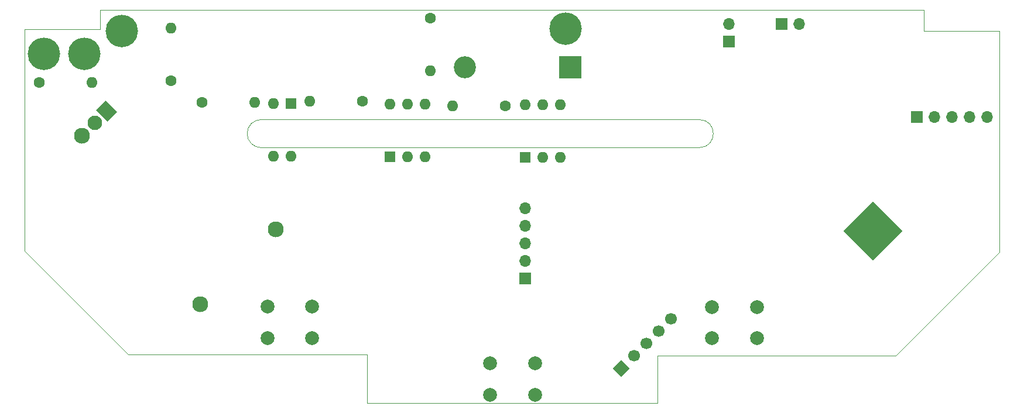
<source format=gbs>
G04 #@! TF.GenerationSoftware,KiCad,Pcbnew,(6.0.2)*
G04 #@! TF.CreationDate,2023-01-14T17:30:24+01:00*
G04 #@! TF.ProjectId,SenseEHajo,53656e73-6545-4486-916a-6f2e6b696361,rev?*
G04 #@! TF.SameCoordinates,Original*
G04 #@! TF.FileFunction,Soldermask,Bot*
G04 #@! TF.FilePolarity,Negative*
%FSLAX46Y46*%
G04 Gerber Fmt 4.6, Leading zero omitted, Abs format (unit mm)*
G04 Created by KiCad (PCBNEW (6.0.2)) date 2023-01-14 17:30:24*
%MOMM*%
%LPD*%
G01*
G04 APERTURE LIST*
G04 Aperture macros list*
%AMHorizOval*
0 Thick line with rounded ends*
0 $1 width*
0 $2 $3 position (X,Y) of the first rounded end (center of the circle)*
0 $4 $5 position (X,Y) of the second rounded end (center of the circle)*
0 Add line between two ends*
20,1,$1,$2,$3,$4,$5,0*
0 Add two circle primitives to create the rounded ends*
1,1,$1,$2,$3*
1,1,$1,$4,$5*%
%AMRotRect*
0 Rectangle, with rotation*
0 The origin of the aperture is its center*
0 $1 length*
0 $2 width*
0 $3 Rotation angle, in degrees counterclockwise*
0 Add horizontal line*
21,1,$1,$2,0,0,$3*%
G04 Aperture macros list end*
G04 #@! TA.AperFunction,Profile*
%ADD10C,0.050000*%
G04 #@! TD*
%ADD11C,2.100000*%
%ADD12C,3.100000*%
%ADD13C,4.700000*%
%ADD14RotRect,2.300000X2.000000X315.000000*%
%ADD15C,2.300000*%
%ADD16RotRect,6.000000X6.000000X225.000000*%
%ADD17R,3.200000X3.200000*%
%ADD18O,3.200000X3.200000*%
%ADD19RotRect,1.700000X1.700000X135.000000*%
%ADD20HorizOval,1.700000X0.000000X0.000000X0.000000X0.000000X0*%
%ADD21C,1.600000*%
%ADD22O,1.600000X1.600000*%
%ADD23R,1.600000X1.600000*%
%ADD24R,1.700000X1.700000*%
%ADD25O,1.700000X1.700000*%
%ADD26C,2.000000*%
G04 APERTURE END LIST*
D10*
X23114000Y-55245000D02*
X23114000Y-23114000D01*
X57353200Y-36195000D02*
X76708000Y-36195000D01*
X76708000Y-40259000D02*
X57353200Y-40259000D01*
X120675400Y-40259000D02*
G75*
G03*
X120675400Y-36195000I0J2032000D01*
G01*
X164084000Y-49276000D02*
X164084000Y-55372000D01*
X112420400Y-36195000D02*
X76708000Y-36195000D01*
X76708000Y-40259000D02*
X120675400Y-40259000D01*
X118643400Y-20320000D02*
X153162000Y-20320000D01*
X112420400Y-36195000D02*
X120675400Y-36195000D01*
X114579400Y-20345400D02*
X118668800Y-20345400D01*
X118668800Y-20345400D02*
X118643400Y-20320000D01*
X34036000Y-23114000D02*
X34036000Y-20320000D01*
X164084000Y-23368000D02*
X164084000Y-30988000D01*
X153162000Y-20320000D02*
X153162000Y-23368000D01*
X114681000Y-77216000D02*
X72644000Y-77216000D01*
X114579400Y-20345400D02*
X34036000Y-20320000D01*
X57353200Y-36195000D02*
G75*
G03*
X57353200Y-40259000I-25401J-2032000D01*
G01*
X38100000Y-70231000D02*
X46761400Y-70231000D01*
X114681000Y-70358000D02*
X114681000Y-77216000D01*
X46761400Y-70231000D02*
X49072800Y-70231000D01*
X38100000Y-70231000D02*
X23114000Y-55245000D01*
X153162000Y-23368000D02*
X164084000Y-23368000D01*
X149098000Y-70358000D02*
X114681000Y-70358000D01*
X72644000Y-77216000D02*
X72644000Y-70231000D01*
X164084000Y-30988000D02*
X164084000Y-49276000D01*
X72644000Y-70231000D02*
X49072800Y-70231000D01*
X164084000Y-55372000D02*
X149098000Y-70358000D01*
X23114000Y-23114000D02*
X34036000Y-23114000D01*
D11*
X33248600Y-36652200D03*
D12*
X37150000Y-23380000D03*
D13*
X37150000Y-23380000D03*
D12*
X101350000Y-23050000D03*
D13*
X101350000Y-23050000D03*
D14*
X34970105Y-34958016D03*
D15*
X31434571Y-38493550D03*
X59436000Y-52070000D03*
X48546555Y-62959445D03*
D16*
X145796000Y-52324000D03*
D17*
X102070000Y-28600000D03*
D18*
X86830000Y-28600000D03*
D19*
X109419846Y-72190154D03*
D20*
X111215897Y-70394103D03*
X113011948Y-68598052D03*
X114808000Y-66802000D03*
X116604051Y-65005949D03*
D21*
X92620000Y-34250000D03*
D22*
X85000000Y-34250000D03*
D21*
X81788000Y-21488400D03*
D22*
X81788000Y-29108400D03*
D21*
X71970000Y-33560000D03*
D22*
X64350000Y-33560000D03*
D21*
X44270000Y-30607000D03*
D22*
X44270000Y-22987000D03*
D23*
X95478600Y-41681400D03*
D22*
X98018600Y-41681400D03*
X100558600Y-41681400D03*
X100558600Y-34061400D03*
X98018600Y-34061400D03*
X95478600Y-34061400D03*
D23*
X75920600Y-41605200D03*
D22*
X78460600Y-41605200D03*
X81000600Y-41605200D03*
X81000600Y-33985200D03*
X78460600Y-33985200D03*
X75920600Y-33985200D03*
D24*
X132588000Y-22352000D03*
D25*
X135128000Y-22352000D03*
D24*
X124968000Y-24892000D03*
D25*
X124968000Y-22352000D03*
D24*
X152146000Y-35814000D03*
D25*
X154686000Y-35814000D03*
X157226000Y-35814000D03*
X159766000Y-35814000D03*
X162306000Y-35814000D03*
D24*
X95504000Y-59182000D03*
D25*
X95504000Y-56642000D03*
X95504000Y-54102000D03*
X95504000Y-51562000D03*
X95504000Y-49022000D03*
D13*
X31750000Y-26670000D03*
D12*
X31750000Y-26670000D03*
X25908000Y-26670000D03*
D13*
X25908000Y-26670000D03*
D26*
X129055000Y-63318000D03*
X122555000Y-63318000D03*
X129055000Y-67818000D03*
X122555000Y-67818000D03*
X96924000Y-71501000D03*
X90424000Y-71501000D03*
X96924000Y-76001000D03*
X90424000Y-76001000D03*
X64719200Y-63292600D03*
X58219200Y-63292600D03*
X58219200Y-67792600D03*
X64719200Y-67792600D03*
D23*
X61645800Y-33909000D03*
D22*
X59105800Y-33909000D03*
X59105800Y-41529000D03*
X61645800Y-41529000D03*
D21*
X48742600Y-33680400D03*
D22*
X56362600Y-33680400D03*
D21*
X25196800Y-30861000D03*
D22*
X32816800Y-30861000D03*
M02*

</source>
